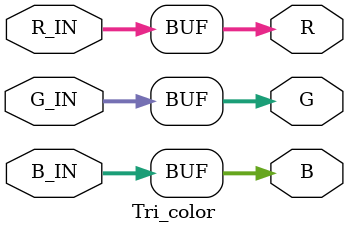
<source format=v>
`timescale 1ns / 1ps

// Author      : Venu Pabbuleti 
// ID          : N180116
//Branch       : ECE
//Project Name : IMPLIMENTATION OF DESIGN USING VERILOG ON NEXY 4 DDR FPGA BOARD
//Design  Name : BLINKING OF 2 TRICOLOR LEDS USING SWITCHES
//Module  Name : Tri_color
//RGUKT NUZVID 
//////////////////////////////////////////////////////////////////////////////////


module Tri_color(R_IN,G_IN,B_IN,R,G,B);
input [1:0]R_IN,G_IN,B_IN;
output [1:0]R,G,B;

assign R = R_IN;
assign G = G_IN;
assign B = B_IN;
endmodule

</source>
